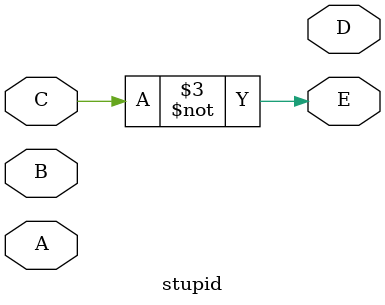
<source format=v>
module stupid (A, B, C, D, E);

  input A, B, C;
  output D, E;
  wire w1;

  and G1 (w1, A, B);
  not G2 (E, C);
  or G3 (w1, E, G);

endmodule

</source>
